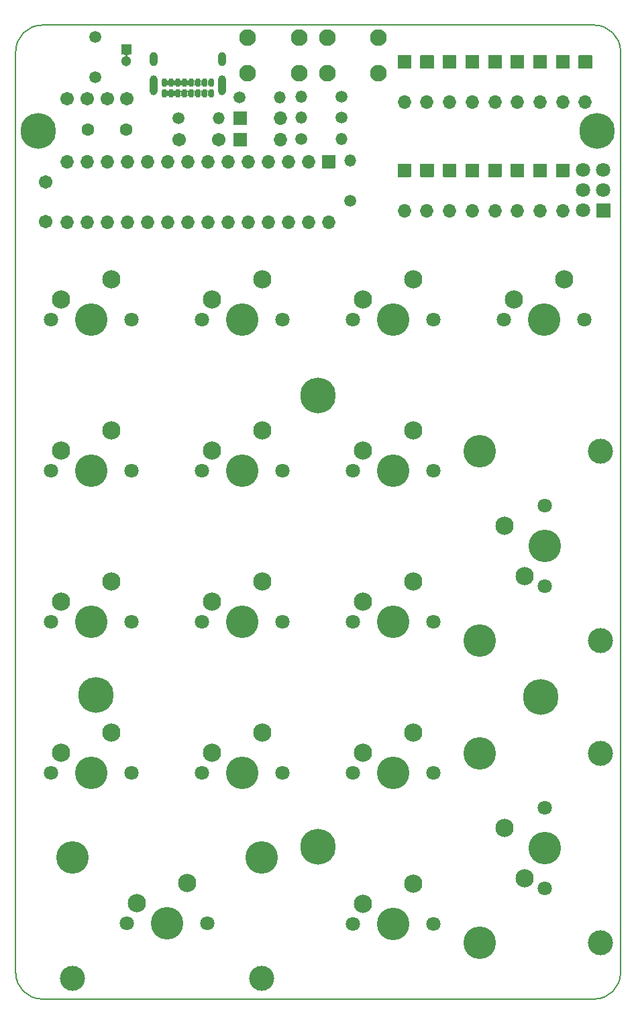
<source format=gbr>
%TF.GenerationSoftware,KiCad,Pcbnew,5.1.7-a382d34a8~88~ubuntu20.04.1*%
%TF.CreationDate,2021-03-29T23:34:48+02:00*%
%TF.ProjectId,discipad-pcb,64697363-6970-4616-942d-7063622e6b69,rev?*%
%TF.SameCoordinates,Original*%
%TF.FileFunction,Soldermask,Bot*%
%TF.FilePolarity,Negative*%
%FSLAX46Y46*%
G04 Gerber Fmt 4.6, Leading zero omitted, Abs format (unit mm)*
G04 Created by KiCad (PCBNEW 5.1.7-a382d34a8~88~ubuntu20.04.1) date 2021-03-29 23:34:48*
%MOMM*%
%LPD*%
G01*
G04 APERTURE LIST*
%TA.AperFunction,Profile*%
%ADD10C,0.150000*%
%TD*%
%ADD11C,2.102000*%
%ADD12O,1.702000X1.702000*%
%ADD13C,1.502000*%
%ADD14C,4.102000*%
%ADD15C,1.802000*%
%ADD16C,3.152000*%
%ADD17C,2.302000*%
%ADD18C,4.502000*%
%ADD19C,1.702000*%
%ADD20C,1.302000*%
%ADD21O,1.502000X1.502000*%
%ADD22O,1.002000X1.802000*%
%ADD23O,1.002000X2.502000*%
%ADD24O,0.752000X1.102000*%
%ADD25C,1.602000*%
%ADD26C,0.150000*%
G04 APERTURE END LIST*
D10*
X108977543Y-137901737D02*
G75*
G02*
X105670421Y-134594615I0J3307122D01*
G01*
X181996697Y-134594615D02*
G75*
G02*
X178689575Y-137901737I-3307122J0D01*
G01*
X178689575Y-15101737D02*
G75*
G02*
X181996697Y-18408859I0J-3307122D01*
G01*
X105670421Y-18408859D02*
G75*
G02*
X108977543Y-15101737I3307122J0D01*
G01*
X105670421Y-134594615D02*
X105670421Y-18408859D01*
X108977543Y-15101737D02*
X178689575Y-15101737D01*
X181996697Y-18408859D02*
X181996697Y-134594615D01*
X178689575Y-137901737D02*
X108977543Y-137901737D01*
X108977543Y-137901737D02*
G75*
G02*
X105670421Y-134594615I0J3307122D01*
G01*
X181996697Y-134594615D02*
G75*
G02*
X178689575Y-137901737I-3307122J0D01*
G01*
X178689575Y-15101737D02*
G75*
G02*
X181996697Y-18408859I0J-3307122D01*
G01*
X105670421Y-18408859D02*
G75*
G02*
X108977543Y-15101737I3307122J0D01*
G01*
X105670421Y-134594615D02*
X105670421Y-18408859D01*
X108977543Y-15101737D02*
X178689575Y-15101737D01*
X181996697Y-18408859D02*
X181996697Y-134594615D01*
X178689575Y-137901737D02*
X108977543Y-137901737D01*
D11*
X151470929Y-16693091D03*
X151470929Y-21193091D03*
X144970929Y-16693091D03*
X144970929Y-21193091D03*
D12*
X177550923Y-24807330D03*
G36*
G01*
X176750923Y-18876330D02*
X178350923Y-18876330D01*
G75*
G02*
X178401923Y-18927330I0J-51000D01*
G01*
X178401923Y-20527330D01*
G75*
G02*
X178350923Y-20578330I-51000J0D01*
G01*
X176750923Y-20578330D01*
G75*
G02*
X176699923Y-20527330I0J51000D01*
G01*
X176699923Y-18927330D01*
G75*
G02*
X176750923Y-18876330I51000J0D01*
G01*
G37*
X174696610Y-38488743D03*
G36*
G01*
X173896610Y-32557743D02*
X175496610Y-32557743D01*
G75*
G02*
X175547610Y-32608743I0J-51000D01*
G01*
X175547610Y-34208743D01*
G75*
G02*
X175496610Y-34259743I-51000J0D01*
G01*
X173896610Y-34259743D01*
G75*
G02*
X173845610Y-34208743I0J51000D01*
G01*
X173845610Y-32608743D01*
G75*
G02*
X173896610Y-32557743I51000J0D01*
G01*
G37*
X171842297Y-38488743D03*
G36*
G01*
X171042297Y-32557743D02*
X172642297Y-32557743D01*
G75*
G02*
X172693297Y-32608743I0J-51000D01*
G01*
X172693297Y-34208743D01*
G75*
G02*
X172642297Y-34259743I-51000J0D01*
G01*
X171042297Y-34259743D01*
G75*
G02*
X170991297Y-34208743I0J51000D01*
G01*
X170991297Y-32608743D01*
G75*
G02*
X171042297Y-32557743I51000J0D01*
G01*
G37*
X168987991Y-38488743D03*
G36*
G01*
X168187991Y-32557743D02*
X169787991Y-32557743D01*
G75*
G02*
X169838991Y-32608743I0J-51000D01*
G01*
X169838991Y-34208743D01*
G75*
G02*
X169787991Y-34259743I-51000J0D01*
G01*
X168187991Y-34259743D01*
G75*
G02*
X168136991Y-34208743I0J51000D01*
G01*
X168136991Y-32608743D01*
G75*
G02*
X168187991Y-32557743I51000J0D01*
G01*
G37*
X166133685Y-38488743D03*
G36*
G01*
X165333685Y-32557743D02*
X166933685Y-32557743D01*
G75*
G02*
X166984685Y-32608743I0J-51000D01*
G01*
X166984685Y-34208743D01*
G75*
G02*
X166933685Y-34259743I-51000J0D01*
G01*
X165333685Y-34259743D01*
G75*
G02*
X165282685Y-34208743I0J51000D01*
G01*
X165282685Y-32608743D01*
G75*
G02*
X165333685Y-32557743I51000J0D01*
G01*
G37*
X163279379Y-38488743D03*
G36*
G01*
X162479379Y-32557743D02*
X164079379Y-32557743D01*
G75*
G02*
X164130379Y-32608743I0J-51000D01*
G01*
X164130379Y-34208743D01*
G75*
G02*
X164079379Y-34259743I-51000J0D01*
G01*
X162479379Y-34259743D01*
G75*
G02*
X162428379Y-34208743I0J51000D01*
G01*
X162428379Y-32608743D01*
G75*
G02*
X162479379Y-32557743I51000J0D01*
G01*
G37*
X160425073Y-38488743D03*
G36*
G01*
X159625073Y-32557743D02*
X161225073Y-32557743D01*
G75*
G02*
X161276073Y-32608743I0J-51000D01*
G01*
X161276073Y-34208743D01*
G75*
G02*
X161225073Y-34259743I-51000J0D01*
G01*
X159625073Y-34259743D01*
G75*
G02*
X159574073Y-34208743I0J51000D01*
G01*
X159574073Y-32608743D01*
G75*
G02*
X159625073Y-32557743I51000J0D01*
G01*
G37*
X157570767Y-38488743D03*
G36*
G01*
X156770767Y-32557743D02*
X158370767Y-32557743D01*
G75*
G02*
X158421767Y-32608743I0J-51000D01*
G01*
X158421767Y-34208743D01*
G75*
G02*
X158370767Y-34259743I-51000J0D01*
G01*
X156770767Y-34259743D01*
G75*
G02*
X156719767Y-34208743I0J51000D01*
G01*
X156719767Y-32608743D01*
G75*
G02*
X156770767Y-32557743I51000J0D01*
G01*
G37*
X154716461Y-38488743D03*
G36*
G01*
X153916461Y-32557743D02*
X155516461Y-32557743D01*
G75*
G02*
X155567461Y-32608743I0J-51000D01*
G01*
X155567461Y-34208743D01*
G75*
G02*
X155516461Y-34259743I-51000J0D01*
G01*
X153916461Y-34259743D01*
G75*
G02*
X153865461Y-34208743I0J51000D01*
G01*
X153865461Y-32608743D01*
G75*
G02*
X153916461Y-32557743I51000J0D01*
G01*
G37*
X174696610Y-24807330D03*
G36*
G01*
X173896610Y-18876330D02*
X175496610Y-18876330D01*
G75*
G02*
X175547610Y-18927330I0J-51000D01*
G01*
X175547610Y-20527330D01*
G75*
G02*
X175496610Y-20578330I-51000J0D01*
G01*
X173896610Y-20578330D01*
G75*
G02*
X173845610Y-20527330I0J51000D01*
G01*
X173845610Y-18927330D01*
G75*
G02*
X173896610Y-18876330I51000J0D01*
G01*
G37*
X171842297Y-24807330D03*
G36*
G01*
X171042297Y-18876330D02*
X172642297Y-18876330D01*
G75*
G02*
X172693297Y-18927330I0J-51000D01*
G01*
X172693297Y-20527330D01*
G75*
G02*
X172642297Y-20578330I-51000J0D01*
G01*
X171042297Y-20578330D01*
G75*
G02*
X170991297Y-20527330I0J51000D01*
G01*
X170991297Y-18927330D01*
G75*
G02*
X171042297Y-18876330I51000J0D01*
G01*
G37*
X168987991Y-24807330D03*
G36*
G01*
X168187991Y-18876330D02*
X169787991Y-18876330D01*
G75*
G02*
X169838991Y-18927330I0J-51000D01*
G01*
X169838991Y-20527330D01*
G75*
G02*
X169787991Y-20578330I-51000J0D01*
G01*
X168187991Y-20578330D01*
G75*
G02*
X168136991Y-20527330I0J51000D01*
G01*
X168136991Y-18927330D01*
G75*
G02*
X168187991Y-18876330I51000J0D01*
G01*
G37*
X166133685Y-24807330D03*
G36*
G01*
X165333685Y-18876330D02*
X166933685Y-18876330D01*
G75*
G02*
X166984685Y-18927330I0J-51000D01*
G01*
X166984685Y-20527330D01*
G75*
G02*
X166933685Y-20578330I-51000J0D01*
G01*
X165333685Y-20578330D01*
G75*
G02*
X165282685Y-20527330I0J51000D01*
G01*
X165282685Y-18927330D01*
G75*
G02*
X165333685Y-18876330I51000J0D01*
G01*
G37*
X163279379Y-24807330D03*
G36*
G01*
X162479379Y-18876330D02*
X164079379Y-18876330D01*
G75*
G02*
X164130379Y-18927330I0J-51000D01*
G01*
X164130379Y-20527330D01*
G75*
G02*
X164079379Y-20578330I-51000J0D01*
G01*
X162479379Y-20578330D01*
G75*
G02*
X162428379Y-20527330I0J51000D01*
G01*
X162428379Y-18927330D01*
G75*
G02*
X162479379Y-18876330I51000J0D01*
G01*
G37*
X160425073Y-24807330D03*
G36*
G01*
X159625073Y-18876330D02*
X161225073Y-18876330D01*
G75*
G02*
X161276073Y-18927330I0J-51000D01*
G01*
X161276073Y-20527330D01*
G75*
G02*
X161225073Y-20578330I-51000J0D01*
G01*
X159625073Y-20578330D01*
G75*
G02*
X159574073Y-20527330I0J51000D01*
G01*
X159574073Y-18927330D01*
G75*
G02*
X159625073Y-18876330I51000J0D01*
G01*
G37*
X157570767Y-24807330D03*
G36*
G01*
X156770767Y-18876330D02*
X158370767Y-18876330D01*
G75*
G02*
X158421767Y-18927330I0J-51000D01*
G01*
X158421767Y-20527330D01*
G75*
G02*
X158370767Y-20578330I-51000J0D01*
G01*
X156770767Y-20578330D01*
G75*
G02*
X156719767Y-20527330I0J51000D01*
G01*
X156719767Y-18927330D01*
G75*
G02*
X156770767Y-18876330I51000J0D01*
G01*
G37*
X154716461Y-24807330D03*
G36*
G01*
X153916461Y-18876330D02*
X155516461Y-18876330D01*
G75*
G02*
X155567461Y-18927330I0J-51000D01*
G01*
X155567461Y-20527330D01*
G75*
G02*
X155516461Y-20578330I-51000J0D01*
G01*
X153916461Y-20578330D01*
G75*
G02*
X153865461Y-20527330I0J51000D01*
G01*
X153865461Y-18927330D01*
G75*
G02*
X153916461Y-18876330I51000J0D01*
G01*
G37*
X139054831Y-29536623D03*
G36*
G01*
X133123831Y-30336623D02*
X133123831Y-28736623D01*
G75*
G02*
X133174831Y-28685623I51000J0D01*
G01*
X134774831Y-28685623D01*
G75*
G02*
X134825831Y-28736623I0J-51000D01*
G01*
X134825831Y-30336623D01*
G75*
G02*
X134774831Y-30387623I-51000J0D01*
G01*
X133174831Y-30387623D01*
G75*
G02*
X133123831Y-30336623I0J51000D01*
G01*
G37*
X139054831Y-26841931D03*
G36*
G01*
X133123831Y-27641931D02*
X133123831Y-26041931D01*
G75*
G02*
X133174831Y-25990931I51000J0D01*
G01*
X134774831Y-25990931D01*
G75*
G02*
X134825831Y-26041931I0J-51000D01*
G01*
X134825831Y-27641931D01*
G75*
G02*
X134774831Y-27692931I-51000J0D01*
G01*
X133174831Y-27692931D01*
G75*
G02*
X133123831Y-27641931I0J51000D01*
G01*
G37*
D13*
X115714273Y-16610309D03*
X115714273Y-21710309D03*
D14*
X124766000Y-128322000D03*
D15*
X129846000Y-128322000D03*
X119686000Y-128322000D03*
D14*
X112866000Y-120082000D03*
X136666000Y-120082000D03*
D16*
X136666000Y-135322000D03*
X112866000Y-135322000D03*
D17*
X127306000Y-123242000D03*
X120956000Y-125782000D03*
D14*
X124766000Y-128322000D03*
D15*
X119686000Y-128322000D03*
X129846000Y-128322000D03*
D16*
X179466000Y-130772000D03*
X179466000Y-106972000D03*
D14*
X164226000Y-106972000D03*
X164226000Y-130772000D03*
X172466000Y-118872000D03*
X172466000Y-118872000D03*
D15*
X172466000Y-123952000D03*
D17*
X167386000Y-116332000D03*
D15*
X172466000Y-113792000D03*
D17*
X169926000Y-122682000D03*
D16*
X179466000Y-92672000D03*
X179466000Y-68872000D03*
D14*
X164226000Y-68872000D03*
X164226000Y-92672000D03*
X172466000Y-80772000D03*
X172466000Y-80772000D03*
D15*
X172466000Y-85852000D03*
D17*
X167386000Y-78232000D03*
D15*
X172466000Y-75692000D03*
D17*
X169926000Y-84582000D03*
D15*
X158369000Y-128397000D03*
X148209000Y-128397000D03*
D14*
X153289000Y-128397000D03*
D17*
X149479000Y-125857000D03*
X155829000Y-123317000D03*
D15*
X139319000Y-109347000D03*
X129159000Y-109347000D03*
D14*
X134239000Y-109347000D03*
D17*
X130429000Y-106807000D03*
X136779000Y-104267000D03*
D15*
X120269000Y-109347000D03*
X110109000Y-109347000D03*
D14*
X115189000Y-109347000D03*
D17*
X111379000Y-106807000D03*
X117729000Y-104267000D03*
D15*
X158369000Y-109347000D03*
X148209000Y-109347000D03*
D14*
X153289000Y-109347000D03*
D17*
X149479000Y-106807000D03*
X155829000Y-104267000D03*
D15*
X158369000Y-90297000D03*
X148209000Y-90297000D03*
D14*
X153289000Y-90297000D03*
D17*
X149479000Y-87757000D03*
X155829000Y-85217000D03*
D15*
X139319000Y-90297000D03*
X129159000Y-90297000D03*
D14*
X134239000Y-90297000D03*
D17*
X130429000Y-87757000D03*
X136779000Y-85217000D03*
D15*
X120269000Y-90297000D03*
X110109000Y-90297000D03*
D14*
X115189000Y-90297000D03*
D17*
X111379000Y-87757000D03*
X117729000Y-85217000D03*
D15*
X158369000Y-71247000D03*
X148209000Y-71247000D03*
D14*
X153289000Y-71247000D03*
D17*
X149479000Y-68707000D03*
X155829000Y-66167000D03*
D15*
X139319000Y-71247000D03*
X129159000Y-71247000D03*
D14*
X134239000Y-71247000D03*
D17*
X130429000Y-68707000D03*
X136779000Y-66167000D03*
D15*
X120269000Y-71247000D03*
X110109000Y-71247000D03*
D14*
X115189000Y-71247000D03*
D17*
X111379000Y-68707000D03*
X117729000Y-66167000D03*
D15*
X177419000Y-52197000D03*
X167259000Y-52197000D03*
D14*
X172339000Y-52197000D03*
D17*
X168529000Y-49657000D03*
X174879000Y-47117000D03*
D15*
X158369000Y-52197000D03*
X148209000Y-52197000D03*
D14*
X153289000Y-52197000D03*
D17*
X149479000Y-49657000D03*
X155829000Y-47117000D03*
D15*
X139319000Y-52197000D03*
X129159000Y-52197000D03*
D14*
X134239000Y-52197000D03*
D17*
X130429000Y-49657000D03*
X136779000Y-47117000D03*
D15*
X120269000Y-52197000D03*
X110109000Y-52197000D03*
D14*
X115189000Y-52197000D03*
D17*
X111379000Y-49657000D03*
X117729000Y-47117000D03*
D18*
X143833559Y-118686673D03*
X115752543Y-99566685D03*
X171914575Y-99841686D03*
X143833559Y-61784261D03*
X179001130Y-28475773D03*
X108503031Y-28475773D03*
D19*
X117219101Y-24409709D03*
X119719101Y-24409709D03*
X112164393Y-24392211D03*
X114664393Y-24392211D03*
G36*
G01*
X119033824Y-17529421D02*
X120233826Y-17529421D01*
G75*
G02*
X120284825Y-17580420I0J-50999D01*
G01*
X120284825Y-18780422D01*
G75*
G02*
X120233826Y-18831421I-50999J0D01*
G01*
X119033824Y-18831421D01*
G75*
G02*
X118982825Y-18780422I0J50999D01*
G01*
X118982825Y-17580420D01*
G75*
G02*
X119033824Y-17529421I50999J0D01*
G01*
G37*
D20*
X119633825Y-19680421D03*
D19*
X126287493Y-29571619D03*
X131287493Y-29571619D03*
X109414993Y-34908509D03*
X109414993Y-39908509D03*
D21*
X141703959Y-24147239D03*
D13*
X146783959Y-24147239D03*
X126178077Y-26841931D03*
D21*
X131258077Y-26841931D03*
D13*
X133929691Y-24199733D03*
D21*
X139009691Y-24199733D03*
X146783959Y-29484129D03*
D13*
X141703959Y-29484129D03*
D21*
X141703959Y-26771939D03*
D13*
X146783959Y-26771939D03*
X147875597Y-37235743D03*
D21*
X147875597Y-32155743D03*
D11*
X134962073Y-21193091D03*
X134962073Y-16693091D03*
X141462073Y-21193091D03*
X141462073Y-16693091D03*
G36*
G01*
X144363407Y-31450307D02*
X145963407Y-31450307D01*
G75*
G02*
X146014407Y-31501307I0J-51000D01*
G01*
X146014407Y-33101307D01*
G75*
G02*
X145963407Y-33152307I-51000J0D01*
G01*
X144363407Y-33152307D01*
G75*
G02*
X144312407Y-33101307I0J51000D01*
G01*
X144312407Y-31501307D01*
G75*
G02*
X144363407Y-31450307I51000J0D01*
G01*
G37*
D12*
X112143407Y-39921307D03*
X142623407Y-32301307D03*
X114683407Y-39921307D03*
X140083407Y-32301307D03*
X117223407Y-39921307D03*
X137543407Y-32301307D03*
X119763407Y-39921307D03*
X135003407Y-32301307D03*
X122303407Y-39921307D03*
X132463407Y-32301307D03*
X124843407Y-39921307D03*
X129923407Y-32301307D03*
X127383407Y-39921307D03*
X127383407Y-32301307D03*
X129923407Y-39921307D03*
X124843407Y-32301307D03*
X132463407Y-39921307D03*
X122303407Y-32301307D03*
X135003407Y-39921307D03*
X119763407Y-32301307D03*
X137543407Y-39921307D03*
X117223407Y-32301307D03*
X140083407Y-39921307D03*
X114683407Y-32301307D03*
X142623407Y-39921307D03*
X112143407Y-32301307D03*
X145163407Y-39921307D03*
D22*
X123077937Y-19342987D03*
X131727937Y-19342987D03*
D23*
X123077937Y-22722987D03*
X131727937Y-22722987D03*
D24*
X124422937Y-22377987D03*
X125272937Y-22377987D03*
X126122937Y-22377987D03*
X126972937Y-22377987D03*
X127822937Y-22377987D03*
X128672937Y-22377987D03*
X129522937Y-22377987D03*
X130377937Y-22377987D03*
X124427937Y-23702987D03*
X125277937Y-23702987D03*
X126127937Y-23702987D03*
X126977937Y-23702987D03*
X127827937Y-23702987D03*
X129527937Y-23702987D03*
X130377937Y-23702987D03*
X128677937Y-23702987D03*
D25*
X119616327Y-28276767D03*
X114736327Y-28276767D03*
D15*
X177279591Y-33383393D03*
X179819591Y-33383393D03*
X177279591Y-35923393D03*
X179819591Y-35923393D03*
X177279591Y-38463393D03*
G36*
G01*
X180669591Y-39364393D02*
X178969591Y-39364393D01*
G75*
G02*
X178918591Y-39313393I0J51000D01*
G01*
X178918591Y-37613393D01*
G75*
G02*
X178969591Y-37562393I51000J0D01*
G01*
X180669591Y-37562393D01*
G75*
G02*
X180720591Y-37613393I0J-51000D01*
G01*
X180720591Y-39313393D01*
G75*
G02*
X180669591Y-39364393I-51000J0D01*
G01*
G37*
D26*
G36*
X129847775Y-23328350D02*
G01*
X129857870Y-23343457D01*
X129874918Y-23360503D01*
X129894966Y-23373897D01*
X129917240Y-23383122D01*
X129940890Y-23387826D01*
X129964996Y-23387825D01*
X129988646Y-23383119D01*
X130010920Y-23373892D01*
X130030967Y-23360496D01*
X130048013Y-23343448D01*
X130058098Y-23328354D01*
X130059892Y-23327469D01*
X130061555Y-23328580D01*
X130061525Y-23330408D01*
X130032416Y-23384867D01*
X130011132Y-23455028D01*
X130003937Y-23528081D01*
X130003937Y-23877893D01*
X130011132Y-23950945D01*
X130032415Y-24021106D01*
X130061527Y-24075570D01*
X130061461Y-24077569D01*
X130059698Y-24078512D01*
X130058100Y-24077624D01*
X130048009Y-24062522D01*
X130030962Y-24045475D01*
X130010915Y-24032080D01*
X129988641Y-24022854D01*
X129964991Y-24018149D01*
X129940885Y-24018149D01*
X129917234Y-24022853D01*
X129894961Y-24032079D01*
X129874913Y-24045474D01*
X129857866Y-24062521D01*
X129847776Y-24077621D01*
X129845982Y-24078506D01*
X129844319Y-24077395D01*
X129844349Y-24075567D01*
X129873459Y-24021107D01*
X129894742Y-23950946D01*
X129901937Y-23877893D01*
X129901937Y-23528081D01*
X129894742Y-23455028D01*
X129873459Y-23384867D01*
X129844348Y-23330404D01*
X129844414Y-23328405D01*
X129846177Y-23327462D01*
X129847775Y-23328350D01*
G37*
G36*
X124747775Y-23328350D02*
G01*
X124757870Y-23343457D01*
X124774918Y-23360503D01*
X124794966Y-23373897D01*
X124817240Y-23383122D01*
X124840890Y-23387826D01*
X124864996Y-23387825D01*
X124888646Y-23383119D01*
X124910920Y-23373892D01*
X124930967Y-23360496D01*
X124948013Y-23343448D01*
X124958098Y-23328354D01*
X124959892Y-23327469D01*
X124961555Y-23328580D01*
X124961525Y-23330408D01*
X124932416Y-23384867D01*
X124911132Y-23455028D01*
X124903937Y-23528081D01*
X124903937Y-23877893D01*
X124911132Y-23950945D01*
X124932415Y-24021106D01*
X124961527Y-24075570D01*
X124961461Y-24077569D01*
X124959698Y-24078512D01*
X124958100Y-24077624D01*
X124948009Y-24062522D01*
X124930962Y-24045475D01*
X124910915Y-24032080D01*
X124888641Y-24022854D01*
X124864991Y-24018149D01*
X124840885Y-24018149D01*
X124817234Y-24022853D01*
X124794961Y-24032079D01*
X124774913Y-24045474D01*
X124757866Y-24062521D01*
X124747776Y-24077621D01*
X124745982Y-24078506D01*
X124744319Y-24077395D01*
X124744349Y-24075567D01*
X124773459Y-24021107D01*
X124794742Y-23950946D01*
X124801937Y-23877893D01*
X124801937Y-23528081D01*
X124794742Y-23455028D01*
X124773459Y-23384867D01*
X124744348Y-23330404D01*
X124744414Y-23328405D01*
X124746177Y-23327462D01*
X124747775Y-23328350D01*
G37*
G36*
X127297775Y-23328350D02*
G01*
X127307870Y-23343457D01*
X127324918Y-23360503D01*
X127344966Y-23373897D01*
X127367240Y-23383122D01*
X127390890Y-23387826D01*
X127414996Y-23387825D01*
X127438646Y-23383119D01*
X127460920Y-23373892D01*
X127480967Y-23360496D01*
X127498013Y-23343448D01*
X127508098Y-23328354D01*
X127509892Y-23327469D01*
X127511555Y-23328580D01*
X127511525Y-23330408D01*
X127482416Y-23384867D01*
X127461132Y-23455028D01*
X127453937Y-23528081D01*
X127453937Y-23877893D01*
X127461132Y-23950945D01*
X127482415Y-24021106D01*
X127511527Y-24075570D01*
X127511461Y-24077569D01*
X127509698Y-24078512D01*
X127508100Y-24077624D01*
X127498009Y-24062522D01*
X127480962Y-24045475D01*
X127460915Y-24032080D01*
X127438641Y-24022854D01*
X127414991Y-24018149D01*
X127390885Y-24018149D01*
X127367234Y-24022853D01*
X127344961Y-24032079D01*
X127324913Y-24045474D01*
X127307866Y-24062521D01*
X127297776Y-24077621D01*
X127295982Y-24078506D01*
X127294319Y-24077395D01*
X127294349Y-24075567D01*
X127323459Y-24021107D01*
X127344742Y-23950946D01*
X127351937Y-23877893D01*
X127351937Y-23528081D01*
X127344742Y-23455028D01*
X127323459Y-23384867D01*
X127294348Y-23330404D01*
X127294414Y-23328405D01*
X127296177Y-23327462D01*
X127297775Y-23328350D01*
G37*
G36*
X128997775Y-23328350D02*
G01*
X129007870Y-23343457D01*
X129024918Y-23360503D01*
X129044966Y-23373897D01*
X129067240Y-23383122D01*
X129090890Y-23387826D01*
X129114996Y-23387825D01*
X129138646Y-23383119D01*
X129160920Y-23373892D01*
X129180967Y-23360496D01*
X129198013Y-23343448D01*
X129208098Y-23328354D01*
X129209892Y-23327469D01*
X129211555Y-23328580D01*
X129211525Y-23330408D01*
X129182416Y-23384867D01*
X129161132Y-23455028D01*
X129153937Y-23528081D01*
X129153937Y-23877893D01*
X129161132Y-23950945D01*
X129182415Y-24021106D01*
X129211527Y-24075570D01*
X129211461Y-24077569D01*
X129209698Y-24078512D01*
X129208100Y-24077624D01*
X129198009Y-24062522D01*
X129180962Y-24045475D01*
X129160915Y-24032080D01*
X129138641Y-24022854D01*
X129114991Y-24018149D01*
X129090885Y-24018149D01*
X129067234Y-24022853D01*
X129044961Y-24032079D01*
X129024913Y-24045474D01*
X129007866Y-24062521D01*
X128997776Y-24077621D01*
X128995982Y-24078506D01*
X128994319Y-24077395D01*
X128994349Y-24075567D01*
X129023459Y-24021107D01*
X129044742Y-23950946D01*
X129051937Y-23877893D01*
X129051937Y-23528081D01*
X129044742Y-23455028D01*
X129023459Y-23384867D01*
X128994348Y-23330404D01*
X128994414Y-23328405D01*
X128996177Y-23327462D01*
X128997775Y-23328350D01*
G37*
G36*
X125597775Y-23328350D02*
G01*
X125607870Y-23343457D01*
X125624918Y-23360503D01*
X125644966Y-23373897D01*
X125667240Y-23383122D01*
X125690890Y-23387826D01*
X125714996Y-23387825D01*
X125738646Y-23383119D01*
X125760920Y-23373892D01*
X125780967Y-23360496D01*
X125798013Y-23343448D01*
X125808098Y-23328354D01*
X125809892Y-23327469D01*
X125811555Y-23328580D01*
X125811525Y-23330408D01*
X125782416Y-23384867D01*
X125761132Y-23455028D01*
X125753937Y-23528081D01*
X125753937Y-23877893D01*
X125761132Y-23950945D01*
X125782415Y-24021106D01*
X125811527Y-24075570D01*
X125811461Y-24077569D01*
X125809698Y-24078512D01*
X125808100Y-24077624D01*
X125798009Y-24062522D01*
X125780962Y-24045475D01*
X125760915Y-24032080D01*
X125738641Y-24022854D01*
X125714991Y-24018149D01*
X125690885Y-24018149D01*
X125667234Y-24022853D01*
X125644961Y-24032079D01*
X125624913Y-24045474D01*
X125607866Y-24062521D01*
X125597776Y-24077621D01*
X125595982Y-24078506D01*
X125594319Y-24077395D01*
X125594349Y-24075567D01*
X125623459Y-24021107D01*
X125644742Y-23950946D01*
X125651937Y-23877893D01*
X125651937Y-23528081D01*
X125644742Y-23455028D01*
X125623459Y-23384867D01*
X125594348Y-23330404D01*
X125594414Y-23328405D01*
X125596177Y-23327462D01*
X125597775Y-23328350D01*
G37*
G36*
X126447775Y-23328350D02*
G01*
X126457870Y-23343457D01*
X126474918Y-23360503D01*
X126494966Y-23373897D01*
X126517240Y-23383122D01*
X126540890Y-23387826D01*
X126564996Y-23387825D01*
X126588646Y-23383119D01*
X126610920Y-23373892D01*
X126630967Y-23360496D01*
X126648013Y-23343448D01*
X126658098Y-23328354D01*
X126659892Y-23327469D01*
X126661555Y-23328580D01*
X126661525Y-23330408D01*
X126632416Y-23384867D01*
X126611132Y-23455028D01*
X126603937Y-23528081D01*
X126603937Y-23877893D01*
X126611132Y-23950945D01*
X126632415Y-24021106D01*
X126661527Y-24075570D01*
X126661461Y-24077569D01*
X126659698Y-24078512D01*
X126658100Y-24077624D01*
X126648009Y-24062522D01*
X126630962Y-24045475D01*
X126610915Y-24032080D01*
X126588641Y-24022854D01*
X126564991Y-24018149D01*
X126540885Y-24018149D01*
X126517234Y-24022853D01*
X126494961Y-24032079D01*
X126474913Y-24045474D01*
X126457866Y-24062521D01*
X126447776Y-24077621D01*
X126445982Y-24078506D01*
X126444319Y-24077395D01*
X126444349Y-24075567D01*
X126473459Y-24021107D01*
X126494742Y-23950946D01*
X126501937Y-23877893D01*
X126501937Y-23528081D01*
X126494742Y-23455028D01*
X126473459Y-23384867D01*
X126444348Y-23330404D01*
X126444414Y-23328405D01*
X126446177Y-23327462D01*
X126447775Y-23328350D01*
G37*
G36*
X128147775Y-23328350D02*
G01*
X128157870Y-23343457D01*
X128174918Y-23360503D01*
X128194966Y-23373897D01*
X128217240Y-23383122D01*
X128240890Y-23387826D01*
X128264996Y-23387825D01*
X128288646Y-23383119D01*
X128310920Y-23373892D01*
X128330967Y-23360496D01*
X128348013Y-23343448D01*
X128358098Y-23328354D01*
X128359892Y-23327469D01*
X128361555Y-23328580D01*
X128361525Y-23330408D01*
X128332416Y-23384867D01*
X128311132Y-23455028D01*
X128303937Y-23528081D01*
X128303937Y-23877893D01*
X128311132Y-23950945D01*
X128332415Y-24021106D01*
X128361527Y-24075570D01*
X128361461Y-24077569D01*
X128359698Y-24078512D01*
X128358100Y-24077624D01*
X128348009Y-24062522D01*
X128330962Y-24045475D01*
X128310915Y-24032080D01*
X128288641Y-24022854D01*
X128264991Y-24018149D01*
X128240885Y-24018149D01*
X128217234Y-24022853D01*
X128194961Y-24032079D01*
X128174913Y-24045474D01*
X128157866Y-24062521D01*
X128147776Y-24077621D01*
X128145982Y-24078506D01*
X128144319Y-24077395D01*
X128144349Y-24075567D01*
X128173459Y-24021107D01*
X128194742Y-23950946D01*
X128201937Y-23877893D01*
X128201937Y-23528081D01*
X128194742Y-23455028D01*
X128173459Y-23384867D01*
X128144348Y-23330404D01*
X128144414Y-23328405D01*
X128146177Y-23327462D01*
X128147775Y-23328350D01*
G37*
G36*
X126442775Y-22003350D02*
G01*
X126452870Y-22018457D01*
X126469918Y-22035503D01*
X126489966Y-22048897D01*
X126512240Y-22058122D01*
X126535890Y-22062826D01*
X126559996Y-22062825D01*
X126583646Y-22058119D01*
X126605920Y-22048892D01*
X126625967Y-22035496D01*
X126643013Y-22018448D01*
X126653098Y-22003354D01*
X126654892Y-22002469D01*
X126656555Y-22003580D01*
X126656525Y-22005408D01*
X126627416Y-22059867D01*
X126606132Y-22130028D01*
X126598937Y-22203081D01*
X126598937Y-22552893D01*
X126606132Y-22625945D01*
X126627415Y-22696106D01*
X126656527Y-22750570D01*
X126656461Y-22752569D01*
X126654698Y-22753512D01*
X126653100Y-22752624D01*
X126643009Y-22737522D01*
X126625962Y-22720475D01*
X126605915Y-22707080D01*
X126583641Y-22697854D01*
X126559991Y-22693149D01*
X126535885Y-22693149D01*
X126512234Y-22697853D01*
X126489961Y-22707079D01*
X126469913Y-22720474D01*
X126452866Y-22737521D01*
X126442776Y-22752621D01*
X126440982Y-22753506D01*
X126439319Y-22752395D01*
X126439349Y-22750567D01*
X126468459Y-22696107D01*
X126489742Y-22625946D01*
X126496937Y-22552893D01*
X126496937Y-22203081D01*
X126489742Y-22130028D01*
X126468459Y-22059867D01*
X126439348Y-22005404D01*
X126439414Y-22003405D01*
X126441177Y-22002462D01*
X126442775Y-22003350D01*
G37*
G36*
X124742775Y-22003350D02*
G01*
X124752870Y-22018457D01*
X124769918Y-22035503D01*
X124789966Y-22048897D01*
X124812240Y-22058122D01*
X124835890Y-22062826D01*
X124859996Y-22062825D01*
X124883646Y-22058119D01*
X124905920Y-22048892D01*
X124925967Y-22035496D01*
X124943013Y-22018448D01*
X124953098Y-22003354D01*
X124954892Y-22002469D01*
X124956555Y-22003580D01*
X124956525Y-22005408D01*
X124927416Y-22059867D01*
X124906132Y-22130028D01*
X124898937Y-22203081D01*
X124898937Y-22552893D01*
X124906132Y-22625945D01*
X124927415Y-22696106D01*
X124956527Y-22750570D01*
X124956461Y-22752569D01*
X124954698Y-22753512D01*
X124953100Y-22752624D01*
X124943009Y-22737522D01*
X124925962Y-22720475D01*
X124905915Y-22707080D01*
X124883641Y-22697854D01*
X124859991Y-22693149D01*
X124835885Y-22693149D01*
X124812234Y-22697853D01*
X124789961Y-22707079D01*
X124769913Y-22720474D01*
X124752866Y-22737521D01*
X124742776Y-22752621D01*
X124740982Y-22753506D01*
X124739319Y-22752395D01*
X124739349Y-22750567D01*
X124768459Y-22696107D01*
X124789742Y-22625946D01*
X124796937Y-22552893D01*
X124796937Y-22203081D01*
X124789742Y-22130028D01*
X124768459Y-22059867D01*
X124739348Y-22005404D01*
X124739414Y-22003405D01*
X124741177Y-22002462D01*
X124742775Y-22003350D01*
G37*
G36*
X128992775Y-22003350D02*
G01*
X129002870Y-22018457D01*
X129019918Y-22035503D01*
X129039966Y-22048897D01*
X129062240Y-22058122D01*
X129085890Y-22062826D01*
X129109996Y-22062825D01*
X129133646Y-22058119D01*
X129155920Y-22048892D01*
X129175967Y-22035496D01*
X129193013Y-22018448D01*
X129203098Y-22003354D01*
X129204892Y-22002469D01*
X129206555Y-22003580D01*
X129206525Y-22005408D01*
X129177416Y-22059867D01*
X129156132Y-22130028D01*
X129148937Y-22203081D01*
X129148937Y-22552893D01*
X129156132Y-22625945D01*
X129177415Y-22696106D01*
X129206527Y-22750570D01*
X129206461Y-22752569D01*
X129204698Y-22753512D01*
X129203100Y-22752624D01*
X129193009Y-22737522D01*
X129175962Y-22720475D01*
X129155915Y-22707080D01*
X129133641Y-22697854D01*
X129109991Y-22693149D01*
X129085885Y-22693149D01*
X129062234Y-22697853D01*
X129039961Y-22707079D01*
X129019913Y-22720474D01*
X129002866Y-22737521D01*
X128992776Y-22752621D01*
X128990982Y-22753506D01*
X128989319Y-22752395D01*
X128989349Y-22750567D01*
X129018459Y-22696107D01*
X129039742Y-22625946D01*
X129046937Y-22552893D01*
X129046937Y-22203081D01*
X129039742Y-22130028D01*
X129018459Y-22059867D01*
X128989348Y-22005404D01*
X128989414Y-22003405D01*
X128991177Y-22002462D01*
X128992775Y-22003350D01*
G37*
G36*
X128142775Y-22003350D02*
G01*
X128152870Y-22018457D01*
X128169918Y-22035503D01*
X128189966Y-22048897D01*
X128212240Y-22058122D01*
X128235890Y-22062826D01*
X128259996Y-22062825D01*
X128283646Y-22058119D01*
X128305920Y-22048892D01*
X128325967Y-22035496D01*
X128343013Y-22018448D01*
X128353098Y-22003354D01*
X128354892Y-22002469D01*
X128356555Y-22003580D01*
X128356525Y-22005408D01*
X128327416Y-22059867D01*
X128306132Y-22130028D01*
X128298937Y-22203081D01*
X128298937Y-22552893D01*
X128306132Y-22625945D01*
X128327415Y-22696106D01*
X128356527Y-22750570D01*
X128356461Y-22752569D01*
X128354698Y-22753512D01*
X128353100Y-22752624D01*
X128343009Y-22737522D01*
X128325962Y-22720475D01*
X128305915Y-22707080D01*
X128283641Y-22697854D01*
X128259991Y-22693149D01*
X128235885Y-22693149D01*
X128212234Y-22697853D01*
X128189961Y-22707079D01*
X128169913Y-22720474D01*
X128152866Y-22737521D01*
X128142776Y-22752621D01*
X128140982Y-22753506D01*
X128139319Y-22752395D01*
X128139349Y-22750567D01*
X128168459Y-22696107D01*
X128189742Y-22625946D01*
X128196937Y-22552893D01*
X128196937Y-22203081D01*
X128189742Y-22130028D01*
X128168459Y-22059867D01*
X128139348Y-22005404D01*
X128139414Y-22003405D01*
X128141177Y-22002462D01*
X128142775Y-22003350D01*
G37*
G36*
X127292775Y-22003350D02*
G01*
X127302870Y-22018457D01*
X127319918Y-22035503D01*
X127339966Y-22048897D01*
X127362240Y-22058122D01*
X127385890Y-22062826D01*
X127409996Y-22062825D01*
X127433646Y-22058119D01*
X127455920Y-22048892D01*
X127475967Y-22035496D01*
X127493013Y-22018448D01*
X127503098Y-22003354D01*
X127504892Y-22002469D01*
X127506555Y-22003580D01*
X127506525Y-22005408D01*
X127477416Y-22059867D01*
X127456132Y-22130028D01*
X127448937Y-22203081D01*
X127448937Y-22552893D01*
X127456132Y-22625945D01*
X127477415Y-22696106D01*
X127506527Y-22750570D01*
X127506461Y-22752569D01*
X127504698Y-22753512D01*
X127503100Y-22752624D01*
X127493009Y-22737522D01*
X127475962Y-22720475D01*
X127455915Y-22707080D01*
X127433641Y-22697854D01*
X127409991Y-22693149D01*
X127385885Y-22693149D01*
X127362234Y-22697853D01*
X127339961Y-22707079D01*
X127319913Y-22720474D01*
X127302866Y-22737521D01*
X127292776Y-22752621D01*
X127290982Y-22753506D01*
X127289319Y-22752395D01*
X127289349Y-22750567D01*
X127318459Y-22696107D01*
X127339742Y-22625946D01*
X127346937Y-22552893D01*
X127346937Y-22203081D01*
X127339742Y-22130028D01*
X127318459Y-22059867D01*
X127289348Y-22005404D01*
X127289414Y-22003405D01*
X127291177Y-22002462D01*
X127292775Y-22003350D01*
G37*
G36*
X125592775Y-22003350D02*
G01*
X125602870Y-22018457D01*
X125619918Y-22035503D01*
X125639966Y-22048897D01*
X125662240Y-22058122D01*
X125685890Y-22062826D01*
X125709996Y-22062825D01*
X125733646Y-22058119D01*
X125755920Y-22048892D01*
X125775967Y-22035496D01*
X125793013Y-22018448D01*
X125803098Y-22003354D01*
X125804892Y-22002469D01*
X125806555Y-22003580D01*
X125806525Y-22005408D01*
X125777416Y-22059867D01*
X125756132Y-22130028D01*
X125748937Y-22203081D01*
X125748937Y-22552893D01*
X125756132Y-22625945D01*
X125777415Y-22696106D01*
X125806527Y-22750570D01*
X125806461Y-22752569D01*
X125804698Y-22753512D01*
X125803100Y-22752624D01*
X125793009Y-22737522D01*
X125775962Y-22720475D01*
X125755915Y-22707080D01*
X125733641Y-22697854D01*
X125709991Y-22693149D01*
X125685885Y-22693149D01*
X125662234Y-22697853D01*
X125639961Y-22707079D01*
X125619913Y-22720474D01*
X125602866Y-22737521D01*
X125592776Y-22752621D01*
X125590982Y-22753506D01*
X125589319Y-22752395D01*
X125589349Y-22750567D01*
X125618459Y-22696107D01*
X125639742Y-22625946D01*
X125646937Y-22552893D01*
X125646937Y-22203081D01*
X125639742Y-22130028D01*
X125618459Y-22059867D01*
X125589348Y-22005404D01*
X125589414Y-22003405D01*
X125591177Y-22002462D01*
X125592775Y-22003350D01*
G37*
G36*
X129845274Y-22008026D02*
G01*
X129855368Y-22023132D01*
X129872415Y-22040179D01*
X129892463Y-22053573D01*
X129914737Y-22062799D01*
X129938387Y-22067503D01*
X129962493Y-22067503D01*
X129986143Y-22062798D01*
X130008417Y-22053571D01*
X130028464Y-22040176D01*
X130045511Y-22023129D01*
X130055595Y-22008037D01*
X130057389Y-22007152D01*
X130059052Y-22008263D01*
X130059022Y-22010091D01*
X130032416Y-22059867D01*
X130011132Y-22130028D01*
X130003937Y-22203081D01*
X130003937Y-22552893D01*
X130011132Y-22625945D01*
X130032415Y-22696106D01*
X130059028Y-22745896D01*
X130058962Y-22747895D01*
X130057199Y-22748838D01*
X130055601Y-22747950D01*
X130045509Y-22732845D01*
X130028462Y-22715798D01*
X130008414Y-22702403D01*
X129986140Y-22693176D01*
X129962490Y-22688472D01*
X129938384Y-22688472D01*
X129914734Y-22693176D01*
X129892460Y-22702403D01*
X129872413Y-22715797D01*
X129855366Y-22732844D01*
X129845275Y-22747947D01*
X129843481Y-22748832D01*
X129841818Y-22747721D01*
X129841848Y-22745893D01*
X129868459Y-22696107D01*
X129889742Y-22625946D01*
X129896937Y-22552893D01*
X129896937Y-22203081D01*
X129889742Y-22130028D01*
X129868459Y-22059867D01*
X129841847Y-22010080D01*
X129841913Y-22008081D01*
X129843676Y-22007138D01*
X129845274Y-22008026D01*
G37*
G36*
X119905683Y-18830421D02*
G01*
X119905683Y-18832421D01*
X119904147Y-18833411D01*
X119879960Y-18835793D01*
X119856885Y-18842793D01*
X119835621Y-18854158D01*
X119816984Y-18869453D01*
X119801689Y-18888090D01*
X119790324Y-18909354D01*
X119783324Y-18932429D01*
X119780961Y-18956420D01*
X119783324Y-18980411D01*
X119790324Y-19003486D01*
X119801689Y-19024750D01*
X119816984Y-19043387D01*
X119835621Y-19058682D01*
X119851645Y-19067246D01*
X119852701Y-19068945D01*
X119851758Y-19070708D01*
X119849937Y-19070858D01*
X119822218Y-19059377D01*
X119697435Y-19034556D01*
X119570215Y-19034556D01*
X119445432Y-19059377D01*
X119417713Y-19070858D01*
X119415730Y-19070597D01*
X119414965Y-19068749D01*
X119416005Y-19067246D01*
X119432029Y-19058682D01*
X119450666Y-19043386D01*
X119465961Y-19024749D01*
X119477326Y-19003486D01*
X119484326Y-18980411D01*
X119486689Y-18956420D01*
X119484326Y-18932429D01*
X119477326Y-18909354D01*
X119465961Y-18888090D01*
X119450665Y-18869453D01*
X119432028Y-18854158D01*
X119410765Y-18842793D01*
X119387690Y-18835793D01*
X119363503Y-18833411D01*
X119361877Y-18832246D01*
X119362073Y-18830256D01*
X119363699Y-18829421D01*
X119903951Y-18829421D01*
X119905683Y-18830421D01*
G37*
M02*

</source>
